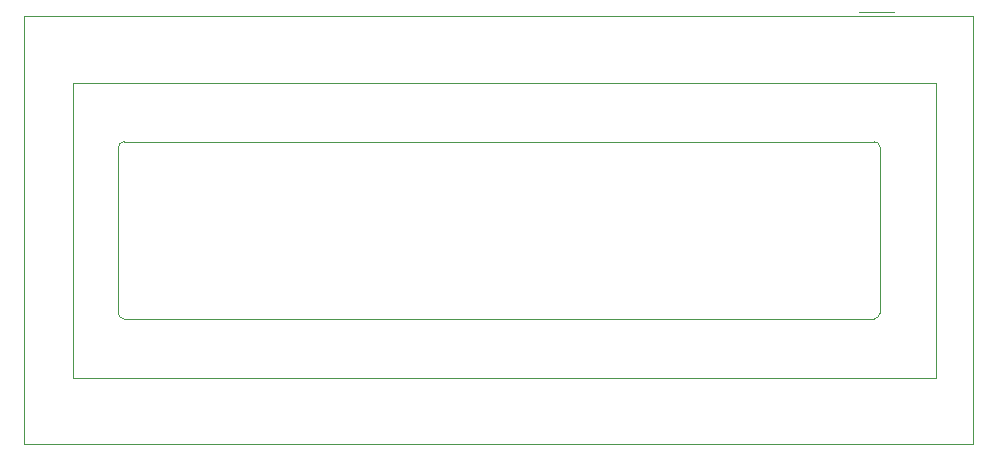
<source format=gbr>
%TF.GenerationSoftware,KiCad,Pcbnew,9.0.5*%
%TF.CreationDate,2025-11-29T23:46:54+05:30*%
%TF.ProjectId,from scrach,66726f6d-2073-4637-9261-63682e6b6963,rev?*%
%TF.SameCoordinates,Original*%
%TF.FileFunction,Legend,Bot*%
%TF.FilePolarity,Positive*%
%FSLAX46Y46*%
G04 Gerber Fmt 4.6, Leading zero omitted, Abs format (unit mm)*
G04 Created by KiCad (PCBNEW 9.0.5) date 2025-11-29 23:46:54*
%MOMM*%
%LPD*%
G01*
G04 APERTURE LIST*
%ADD10C,0.120000*%
G04 APERTURE END LIST*
D10*
%TO.C,DS2*%
X50480000Y-82440000D02*
X129960000Y-82440000D01*
X50480000Y-118720000D02*
X50480000Y-82440000D01*
X54620000Y-88080000D02*
X54620000Y-113080000D01*
X54620000Y-113080000D02*
X127620000Y-113080000D01*
X58420000Y-93580000D02*
X58420000Y-107580000D01*
X58919340Y-108080000D02*
X122420000Y-108080000D01*
X122420000Y-93080000D02*
X58920000Y-93080000D01*
X122919720Y-107579320D02*
X122919720Y-93580000D01*
X124120000Y-82080000D02*
X121120000Y-82080000D01*
X127620000Y-88080000D02*
X54620000Y-88080000D01*
X127620000Y-113080000D02*
X127620000Y-88080000D01*
X130750000Y-82440000D02*
X129960000Y-82440000D01*
X130760000Y-82440000D02*
X130760000Y-118720000D01*
X130760000Y-118720000D02*
X50480000Y-118720000D01*
X58420000Y-93580000D02*
G75*
G02*
X58920000Y-93080000I500000J0D01*
G01*
X58919340Y-108079700D02*
G75*
G02*
X58419000Y-107579320I-40J500300D01*
G01*
X122419340Y-93078460D02*
G75*
G02*
X122919720Y-93578840I0J-500380D01*
G01*
X122919720Y-107579320D02*
G75*
G02*
X122419340Y-108079700I-500380J0D01*
G01*
%TD*%
M02*

</source>
